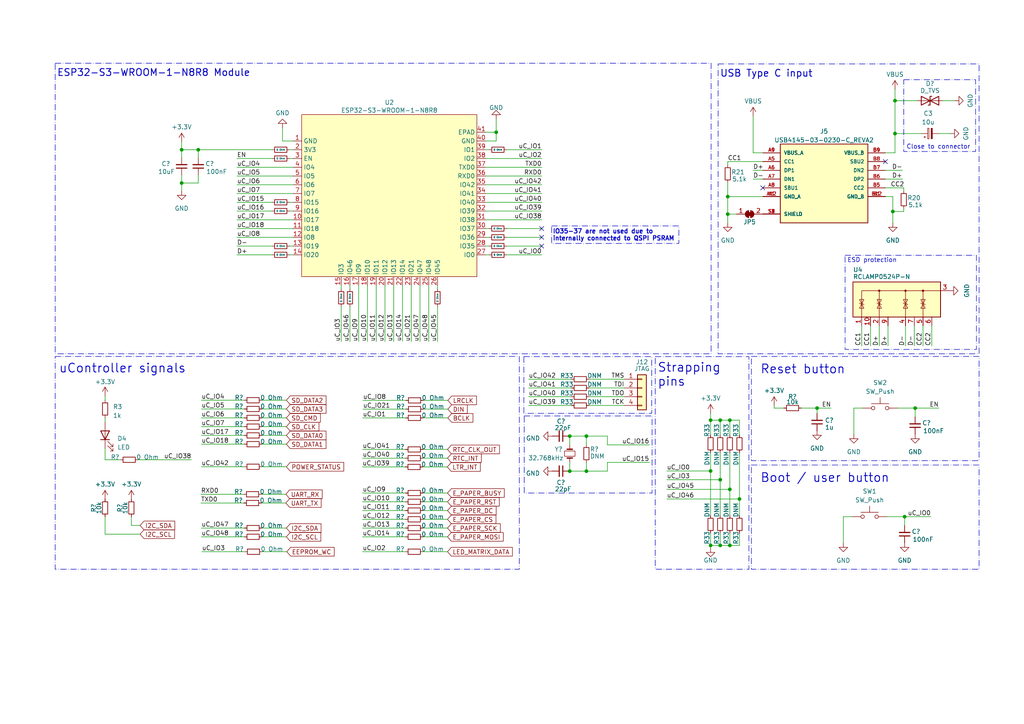
<source format=kicad_sch>
(kicad_sch (version 20230121) (generator eeschema)
  (paper "A4")
  (junction (at 262.382 149.86))
  (junction (at 211.074 57.023))
  (junction (at 211.6836 121.8692))
  (junction (at 208.8896 158.1912))
  (junction (at 57.5056 43.434))
  (junction (at 170.0784 136.652))
  (junction (at 211.6836 141.9352))
  (junction (at 52.6796 53.086))
  (junction (at 259.588 29.21))
  (junction (at 170.0784 126.492))
  (junction (at 165.2524 126.492))
  (junction (at 214.4776 144.7292))
  (junction (at 206.0956 158.1912))
  (junction (at 236.982 118.364))
  (junction (at 52.6796 43.434))
  (junction (at 211.074 62.103))
  (junction (at 208.8896 139.1412))
  (junction (at 211.6836 158.1912))
  (junction (at 143.9164 38.354))
  (junction (at 206.0956 136.6012))
  (junction (at 208.8896 121.8692))
  (junction (at 265.43 118.364))
  (junction (at 259.588 38.735))
  (junction (at 206.0956 121.8692))
  (junction (at 165.2524 136.652))
  (junction (at 258.953 61.341))
  (no_connect (at 256.794 46.863))
  (no_connect (at 221.234 54.483))
  (no_connect (at 157.099 71.374))
  (no_connect (at 157.099 68.834))
  (no_connect (at 157.099 66.294))
  (wire (pts (xy 236.982 118.364) (xy 236.982 119.888)))
  (wire (pts (xy 82.9056 143.3576) (xy 75.7936 143.3576)))
  (wire (pts (xy 208.8896 158.1912) (xy 211.6836 158.1912)))
  (wire (pts (xy 218.44 33.655) (xy 218.44 44.323)))
  (wire (pts (xy 129.794 160.02) (xy 122.682 160.02)))
  (wire (pts (xy 165.2524 126.492) (xy 165.2524 129.032)))
  (wire (pts (xy 170.8404 115.062) (xy 181.102 115.062)))
  (wire (pts (xy 275.59 38.735) (xy 272.288 38.735)))
  (wire (pts (xy 70.866 126.2888) (xy 58.42 126.2888)))
  (wire (pts (xy 117.602 153.162) (xy 105.156 153.162)))
  (wire (pts (xy 129.794 130.3528) (xy 122.682 130.3528)))
  (wire (pts (xy 206.0956 131.2672) (xy 206.0956 136.6012)))
  (wire (pts (xy 157.1244 48.514) (xy 140.8684 48.514)))
  (wire (pts (xy 78.8924 58.674) (xy 68.7324 58.674)))
  (wire (pts (xy 208.8896 126.1872) (xy 208.8896 121.8692)))
  (wire (pts (xy 143.9164 40.894) (xy 143.9164 38.354)))
  (wire (pts (xy 70.866 135.382) (xy 58.42 135.382)))
  (wire (pts (xy 83.058 155.702) (xy 75.946 155.702)))
  (wire (pts (xy 70.866 153.162) (xy 58.42 153.162)))
  (wire (pts (xy 129.794 150.622) (xy 122.682 150.622)))
  (wire (pts (xy 52.6796 55.372) (xy 52.6796 53.086)))
  (wire (pts (xy 206.0956 158.1912) (xy 208.8896 158.1912)))
  (wire (pts (xy 57.5056 43.434) (xy 52.6796 43.434)))
  (wire (pts (xy 208.8896 154.6352) (xy 208.8896 158.1912)))
  (wire (pts (xy 129.794 145.542) (xy 122.682 145.542)))
  (wire (pts (xy 57.5056 53.086) (xy 52.6796 53.086)))
  (wire (pts (xy 157.1244 51.054) (xy 140.8684 51.054)))
  (wire (pts (xy 206.0956 136.6012) (xy 206.0956 149.5552)))
  (wire (pts (xy 78.8924 71.374) (xy 68.7324 71.374)))
  (wire (pts (xy 262.128 55.372) (xy 262.128 54.483)))
  (wire (pts (xy 129.8956 118.6688) (xy 122.7836 118.6688)))
  (wire (pts (xy 256.794 57.023) (xy 258.953 57.023)))
  (wire (pts (xy 116.7384 82.804) (xy 116.7384 99.0092)))
  (wire (pts (xy 232.41 118.364) (xy 236.982 118.364)))
  (wire (pts (xy 83.9724 73.914) (xy 84.9884 73.914)))
  (wire (pts (xy 70.993 160.02) (xy 58.547 160.02)))
  (wire (pts (xy 40.005 133.35) (xy 55.499 133.35)))
  (wire (pts (xy 224.536 117.602) (xy 224.536 118.364)))
  (wire (pts (xy 68.7324 61.214) (xy 78.8924 61.214)))
  (wire (pts (xy 140.8684 66.294) (xy 141.859 66.294)))
  (wire (pts (xy 259.588 38.735) (xy 267.208 38.735)))
  (wire (pts (xy 165.2524 136.652) (xy 170.0784 136.652)))
  (wire (pts (xy 117.602 132.8928) (xy 105.156 132.8928)))
  (wire (pts (xy 81.9404 40.894) (xy 84.9884 40.894)))
  (wire (pts (xy 244.602 149.86) (xy 244.602 157.48)))
  (wire (pts (xy 208.8896 139.1412) (xy 208.8896 149.5552)))
  (wire (pts (xy 265.43 118.364) (xy 272.288 118.364)))
  (wire (pts (xy 70.866 121.2088) (xy 58.42 121.2088)))
  (wire (pts (xy 84.9884 51.054) (xy 68.7324 51.054)))
  (wire (pts (xy 52.6796 43.434) (xy 52.6796 45.72)))
  (wire (pts (xy 157.099 68.834) (xy 146.939 68.834)))
  (wire (pts (xy 129.8956 116.1288) (xy 122.7836 116.1288)))
  (wire (pts (xy 117.602 150.622) (xy 105.156 150.622)))
  (wire (pts (xy 259.588 29.21) (xy 259.588 25.908)))
  (wire (pts (xy 126.8984 83.82) (xy 126.8984 82.804)))
  (wire (pts (xy 256.794 51.943) (xy 261.747 51.943)))
  (wire (pts (xy 140.8684 56.134) (xy 157.1244 56.134)))
  (wire (pts (xy 206.0956 158.1912) (xy 206.0956 158.9532)))
  (wire (pts (xy 83.9724 61.214) (xy 84.9884 61.214)))
  (wire (pts (xy 170.8404 117.602) (xy 181.102 117.602)))
  (wire (pts (xy 260.35 118.364) (xy 265.43 118.364)))
  (wire (pts (xy 193.3956 136.6012) (xy 206.0956 136.6012)))
  (wire (pts (xy 259.588 44.323) (xy 259.588 38.735)))
  (wire (pts (xy 30.48 133.35) (xy 34.925 133.35)))
  (wire (pts (xy 257.302 149.86) (xy 262.382 149.86)))
  (wire (pts (xy 117.6528 121.2088) (xy 105.2068 121.2088)))
  (wire (pts (xy 262.382 149.86) (xy 270.002 149.86)))
  (wire (pts (xy 117.602 130.3528) (xy 105.156 130.3528)))
  (wire (pts (xy 249.936 100.33) (xy 249.936 94.488)))
  (wire (pts (xy 140.8684 63.754) (xy 157.1244 63.754)))
  (wire (pts (xy 157.1244 73.914) (xy 146.9644 73.914)))
  (wire (pts (xy 129.794 132.8928) (xy 122.682 132.8928)))
  (wire (pts (xy 101.4984 99.06) (xy 101.4984 88.9)))
  (wire (pts (xy 211.074 52.959) (xy 211.074 57.023)))
  (wire (pts (xy 170.8404 109.982) (xy 181.102 109.982)))
  (wire (pts (xy 129.794 153.162) (xy 122.682 153.162)))
  (wire (pts (xy 211.6836 131.2672) (xy 211.6836 141.9352)))
  (wire (pts (xy 82.9056 145.8976) (xy 75.7936 145.8976)))
  (wire (pts (xy 109.1184 82.804) (xy 109.1184 99.06)))
  (wire (pts (xy 165.7604 115.062) (xy 153.3144 115.062)))
  (wire (pts (xy 117.602 160.02) (xy 105.156 160.02)))
  (wire (pts (xy 247.65 118.364) (xy 247.65 125.984)))
  (wire (pts (xy 121.8184 82.804) (xy 121.8184 99.06)))
  (wire (pts (xy 84.9884 71.374) (xy 83.9724 71.374)))
  (wire (pts (xy 40.64 154.94) (xy 30.48 154.94)))
  (wire (pts (xy 211.074 57.023) (xy 211.074 62.103)))
  (wire (pts (xy 211.6836 141.9352) (xy 211.6836 149.5552)))
  (wire (pts (xy 252.476 100.33) (xy 252.476 94.488)))
  (wire (pts (xy 84.9884 63.754) (xy 68.7324 63.754)))
  (wire (pts (xy 214.4776 154.6352) (xy 214.4776 158.1912)))
  (wire (pts (xy 140.8684 68.834) (xy 141.859 68.834)))
  (wire (pts (xy 236.982 118.364) (xy 241.046 118.364)))
  (wire (pts (xy 40.64 152.4) (xy 38.1 152.4)))
  (wire (pts (xy 208.8896 121.8692) (xy 206.0956 121.8692)))
  (wire (pts (xy 52.6796 53.086) (xy 52.6796 50.8)))
  (wire (pts (xy 117.5512 135.4328) (xy 105.1052 135.4328)))
  (wire (pts (xy 143.9164 38.354) (xy 140.8684 38.354)))
  (wire (pts (xy 193.3956 139.1412) (xy 208.8896 139.1412)))
  (wire (pts (xy 57.5056 53.086) (xy 57.5056 50.8)))
  (wire (pts (xy 221.234 57.023) (xy 211.074 57.023)))
  (wire (pts (xy 101.4984 83.82) (xy 101.4984 82.804)))
  (wire (pts (xy 83.058 126.2888) (xy 75.946 126.2888)))
  (wire (pts (xy 206.0956 119.8372) (xy 206.0956 121.8692)))
  (wire (pts (xy 117.7036 118.6688) (xy 105.2576 118.6688)))
  (wire (pts (xy 129.794 148.082) (xy 122.682 148.082)))
  (wire (pts (xy 270.256 100.33) (xy 270.256 94.488)))
  (wire (pts (xy 84.9884 48.514) (xy 68.7324 48.514)))
  (wire (pts (xy 211.6836 121.8692) (xy 211.6836 126.1872)))
  (wire (pts (xy 117.602 145.542) (xy 105.156 145.542)))
  (wire (pts (xy 140.8684 53.594) (xy 157.1244 53.594)))
  (wire (pts (xy 140.8684 40.894) (xy 143.9164 40.894)))
  (wire (pts (xy 129.794 143.002) (xy 122.682 143.002)))
  (wire (pts (xy 140.8684 43.434) (xy 141.8844 43.434)))
  (wire (pts (xy 258.953 61.341) (xy 262.128 61.341)))
  (wire (pts (xy 57.5056 43.434) (xy 78.8924 43.434)))
  (wire (pts (xy 141.8844 73.914) (xy 140.8684 73.914)))
  (wire (pts (xy 259.588 29.21) (xy 265.938 29.21)))
  (wire (pts (xy 106.5784 82.804) (xy 106.5784 99.06)))
  (wire (pts (xy 206.0956 154.6352) (xy 206.0956 158.1912)))
  (wire (pts (xy 84.9884 56.134) (xy 68.7324 56.134)))
  (wire (pts (xy 70.866 118.618) (xy 58.42 118.618)))
  (wire (pts (xy 267.716 100.33) (xy 267.716 94.488)))
  (wire (pts (xy 122.7328 121.2088) (xy 129.8956 121.2088)))
  (wire (pts (xy 119.2784 82.804) (xy 119.2784 99.06)))
  (wire (pts (xy 214.4776 121.8692) (xy 214.4776 126.1872)))
  (wire (pts (xy 140.8684 71.374) (xy 141.859 71.374)))
  (wire (pts (xy 117.7036 116.1288) (xy 105.2576 116.1288)))
  (wire (pts (xy 70.866 116.078) (xy 58.42 116.078)))
  (wire (pts (xy 30.48 130.048) (xy 30.48 133.35)))
  (wire (pts (xy 98.9584 99.06) (xy 98.9584 88.9)))
  (wire (pts (xy 211.074 46.863) (xy 211.074 47.879)))
  (wire (pts (xy 129.7432 135.4328) (xy 122.6312 135.4328)))
  (wire (pts (xy 165.7604 117.602) (xy 153.3144 117.602)))
  (wire (pts (xy 262.382 149.86) (xy 262.382 152.4)))
  (wire (pts (xy 193.3956 144.7292) (xy 214.4776 144.7292)))
  (wire (pts (xy 104.0384 82.804) (xy 104.0384 99.06)))
  (wire (pts (xy 255.016 100.33) (xy 255.016 94.488)))
  (wire (pts (xy 221.234 46.863) (xy 211.074 46.863)))
  (wire (pts (xy 111.6584 82.804) (xy 111.6584 99.06)))
  (wire (pts (xy 140.8684 61.214) (xy 157.1244 61.214)))
  (wire (pts (xy 214.4776 144.7292) (xy 214.4776 149.5552)))
  (wire (pts (xy 176.1744 134.112) (xy 188.3664 134.112)))
  (wire (pts (xy 83.185 160.02) (xy 76.073 160.02)))
  (wire (pts (xy 176.1744 126.492) (xy 170.0784 126.492)))
  (wire (pts (xy 78.8924 45.974) (xy 68.7324 45.974)))
  (wire (pts (xy 114.1984 82.804) (xy 114.1984 99.06)))
  (wire (pts (xy 81.9404 37.084) (xy 81.9404 40.894)))
  (wire (pts (xy 218.44 51.943) (xy 221.234 51.943)))
  (wire (pts (xy 83.058 118.618) (xy 75.946 118.618)))
  (wire (pts (xy 258.953 57.023) (xy 258.953 61.341)))
  (wire (pts (xy 221.234 44.323) (xy 218.44 44.323)))
  (wire (pts (xy 165.7604 109.982) (xy 153.3144 109.982)))
  (wire (pts (xy 83.058 153.162) (xy 75.946 153.162)))
  (wire (pts (xy 83.058 135.382) (xy 75.946 135.382)))
  (wire (pts (xy 83.058 128.8288) (xy 75.946 128.8288)))
  (wire (pts (xy 83.058 123.7488) (xy 75.946 123.7488)))
  (wire (pts (xy 214.4776 158.1912) (xy 211.6836 158.1912)))
  (wire (pts (xy 170.0784 136.652) (xy 176.1744 136.652)))
  (wire (pts (xy 176.1744 129.032) (xy 188.3664 129.032)))
  (wire (pts (xy 170.0784 134.112) (xy 170.0784 136.652)))
  (wire (pts (xy 140.8684 58.674) (xy 157.1244 58.674)))
  (wire (pts (xy 83.9724 43.434) (xy 84.9884 43.434)))
  (wire (pts (xy 258.953 61.341) (xy 258.953 64.643)))
  (wire (pts (xy 117.602 148.082) (xy 105.156 148.082)))
  (wire (pts (xy 165.7604 112.522) (xy 153.3144 112.522)))
  (wire (pts (xy 265.176 100.33) (xy 265.176 94.488)))
  (wire (pts (xy 176.1744 129.032) (xy 176.1744 126.492)))
  (wire (pts (xy 52.6796 41.148) (xy 52.6796 43.434)))
  (wire (pts (xy 70.866 155.702) (xy 58.42 155.702)))
  (wire (pts (xy 276.86 29.21) (xy 273.558 29.21)))
  (wire (pts (xy 211.6836 154.6352) (xy 211.6836 158.1912)))
  (wire (pts (xy 165.2524 136.652) (xy 165.2524 134.112)))
  (wire (pts (xy 257.556 100.33) (xy 257.556 94.488)))
  (wire (pts (xy 259.588 38.735) (xy 259.588 29.21)))
  (wire (pts (xy 265.43 118.364) (xy 265.43 120.904)))
  (wire (pts (xy 117.602 143.002) (xy 105.156 143.002)))
  (wire (pts (xy 83.058 116.078) (xy 75.946 116.078)))
  (wire (pts (xy 170.8404 112.522) (xy 181.102 112.522)))
  (wire (pts (xy 143.9164 34.544) (xy 143.9164 38.354)))
  (wire (pts (xy 57.5056 43.434) (xy 57.5056 45.72)))
  (wire (pts (xy 30.48 154.94) (xy 30.48 149.86)))
  (wire (pts (xy 140.8684 45.974) (xy 157.1244 45.974)))
  (wire (pts (xy 117.602 155.702) (xy 105.156 155.702)))
  (wire (pts (xy 84.9884 66.294) (xy 68.7324 66.294)))
  (wire (pts (xy 170.0784 126.492) (xy 170.0784 129.032)))
  (wire (pts (xy 70.866 128.8288) (xy 58.42 128.8288)))
  (wire (pts (xy 170.0784 126.492) (xy 165.2524 126.492)))
  (wire (pts (xy 84.9884 53.594) (xy 68.7324 53.594)))
  (wire (pts (xy 211.074 64.643) (xy 211.074 62.103)))
  (wire (pts (xy 221.234 49.403) (xy 218.44 49.403)))
  (wire (pts (xy 157.099 66.294) (xy 146.939 66.294)))
  (wire (pts (xy 38.1 152.4) (xy 38.1 149.86)))
  (wire (pts (xy 30.48 121.158) (xy 30.48 122.428)))
  (wire (pts (xy 126.8984 99.06) (xy 126.8984 88.9)))
  (wire (pts (xy 262.636 100.33) (xy 262.636 94.488)))
  (wire (pts (xy 129.794 155.702) (xy 122.682 155.702)))
  (wire (pts (xy 211.074 62.103) (xy 213.614 62.103)))
  (wire (pts (xy 83.058 121.2088) (xy 75.946 121.2088)))
  (wire (pts (xy 124.3584 82.804) (xy 124.3584 99.06)))
  (wire (pts (xy 70.7136 145.8976) (xy 58.2676 145.8976)))
  (wire (pts (xy 256.794 44.323) (xy 259.588 44.323)))
  (wire (pts (xy 256.794 49.403) (xy 261.747 49.403)))
  (wire (pts (xy 157.099 71.374) (xy 146.939 71.374)))
  (wire (pts (xy 193.3956 141.9352) (xy 211.6836 141.9352)))
  (wire (pts (xy 262.128 61.341) (xy 262.128 60.452)))
  (wire (pts (xy 206.0956 121.8692) (xy 206.0956 126.1872)))
  (wire (pts (xy 214.4776 121.8692) (xy 211.6836 121.8692)))
  (wire (pts (xy 70.866 123.7488) (xy 58.42 123.7488)))
  (wire (pts (xy 208.8896 131.2672) (xy 208.8896 139.1412)))
  (wire (pts (xy 70.7136 143.3576) (xy 58.2676 143.3576)))
  (wire (pts (xy 98.9584 83.82) (xy 98.9584 82.804)))
  (wire (pts (xy 176.1744 136.652) (xy 176.1744 134.112)))
  (wire (pts (xy 262.128 54.483) (xy 256.794 54.483)))
  (wire (pts (xy 224.536 118.364) (xy 227.33 118.364)))
  (wire (pts (xy 30.48 114.808) (xy 30.48 116.078)))
  (wire (pts (xy 214.4776 131.2672) (xy 214.4776 144.7292)))
  (wire (pts (xy 250.19 118.364) (xy 247.65 118.364)))
  (wire (pts (xy 247.142 149.86) (xy 244.602 149.86)))
  (wire (pts (xy 84.9884 58.674) (xy 83.9724 58.674)))
  (wire (pts (xy 208.8896 121.8692) (xy 211.6836 121.8692)))
  (wire (pts (xy 146.9644 43.434) (xy 157.1244 43.434)))
  (wire (pts (xy 68.7324 73.914) (xy 78.8924 73.914)))
  (wire (pts (xy 84.9884 68.834) (xy 68.7324 68.834)))
  (wire (pts (xy 84.9884 45.974) (xy 83.9724 45.974)))
  (rectangle (start 208.28 18.542) (end 283.972 102.616) (stroke (width 0) (type dash_dot)))
  (rectangle (start 16.002 103.378) (end 150.622 165.1) (stroke (width 0) (type dash_dot)))
  (rectangle (start 245.11 74.041) (end 283.21 101.346) (stroke (width 0) (type dash_dot)))
  (rectangle (start 217.932 103.378) (end 283.972 133.604) (stroke (width 0) (type dash_dot)))
  (rectangle (start 190.0428 103.4288) (end 217.2208 165.1) (stroke (width 0) (type dash_dot)))
  (rectangle (start 262.128 23.114) (end 282.956 43.942) (stroke (width 0) (type dash_dot)))
  (rectangle (start 160.02 65.532) (end 196.9008 70.612) (stroke (width 0) (type dash_dot)))
  (rectangle (start 16.002 18.3388) (end 206.248 102.616) (stroke (width 0) (type dash_dot)))
  (rectangle (start 217.932 134.874) (end 283.972 165.1) (stroke (width 0) (type dash_dot)))
  (rectangle (start 151.9428 103.4288) (end 189.0268 119.888) (stroke (width 0) (type dash_dot)))
  (rectangle (start 152.0444 120.65) (end 189.1284 143.002) (stroke (width 0) (type dash_dot)))
  (text "Close to connector" (at 262.89 43.434 0) (effects (font (size 1.27 1.27)) (justify left bottom)))
  (text "ESD protection\n" (at 245.745 76.327 0) (effects (font (size 1.27 1.27)) (justify left bottom)))
  (text "ESP32-S3-WROOM-1-N8R8 Module\n" (at 16.51 22.4028 0) (effects (font (size 2 2) (thickness 0.254) bold) (justify left bottom)))
  (text "Boot / user button\n" (at 220.472 140.208 0) (effects (font (size 2.54 2.54) (thickness 0.254) bold) (justify left bottom)))
  (text "Strapping \npins\n" (at 190.6524 112.3188 0) (effects (font (size 2.54 2.54) (thickness 0.254) bold) (justify left bottom)))
  (text "IO35-37 are not used due to \ninternally connected to QSPI PSRAM" (at 160.274 70.0532 0) (effects (font (size 1.27 1.27) (thickness 0.254) bold) (justify left bottom)))
  (text "USB Type C input" (at 208.788 22.606 0) (effects (font (size 2 2) (thickness 0.254) bold) (justify left bottom)))
  (text "Reset button\n" (at 220.472 108.712 0) (effects (font (size 2.54 2.54) (thickness 0.254) bold) (justify left bottom)))
  (text "uController signals" (at 17.018 108.458 0) (effects (font (size 2.54 2.54) (thickness 0.254) bold) (justify left bottom)))
  (label "CC2" (at 258.318 54.483 0))
  (label "uC_IO47" (at 58.42 153.162 0))
  (label "EN" (at 68.7324 45.974 0))
  (label "uC_IO14" (at 105.156 155.702 0))
  (label "TMS" (at 181.102 109.982 180))
  (label "uC_IO38" (at 55.499 133.35 180))
  (label "uC_IO48" (at 58.42 155.702 0))
  (label "uC_IO8" (at 68.7324 68.834 0))
  (label "uC_IO4" (at 58.42 116.078 0))
  (label "uC_IO2" (at 157.1244 45.974 180))
  (label "uC_IO2" (at 105.156 160.02 0))
  (label "uC_IO5" (at 68.7324 51.054 0))
  (label "uC_IO39" (at 105.1052 135.4328 0))
  (label "uC_IO12" (at 111.6584 99.06 90))
  (label "RXD0" (at 58.2676 143.3576 0))
  (label "uC_IO6" (at 58.42 121.2088 0))
  (label "D+" (at 255.016 100.33 90))
  (label "uC_IO15" (at 68.7324 58.674 0))
  (label "D+" (at 218.44 49.403 0))
  (label "uC_IO3" (at 193.3956 139.1412 0))
  (label "TCK" (at 181.102 117.602 180))
  (label "TDO" (at 181.102 115.062 180))
  (label "uC_IO14" (at 116.7384 99.0092 90))
  (label "CC1" (at 211.074 46.863 0))
  (label "uC_IO1" (at 157.1244 43.434 180))
  (label "uC_IO46" (at 193.3956 144.7292 0))
  (label "uC_IO40" (at 157.1244 58.674 180))
  (label "uC_IO9" (at 104.0384 99.06 90))
  (label "uC_IO39" (at 157.1244 61.214 180))
  (label "D-" (at 262.636 100.33 90))
  (label "uC_IO0" (at 157.1244 73.914 180))
  (label "uC_IO11" (at 109.1184 99.06 90))
  (label "uC_IO10" (at 105.156 145.542 0))
  (label "uC_IO42" (at 157.1244 53.594 180))
  (label "uC_IO3" (at 98.9584 99.06 90))
  (label "CC1" (at 249.936 100.33 90))
  (label "uC_IO11" (at 105.156 148.082 0))
  (label "TXD0" (at 157.1244 48.514 180))
  (label "uC_IO18" (at 68.7324 66.294 0))
  (label "uC_IO48" (at 124.3584 99.06 90))
  (label "uC_IO18" (at 58.42 128.8288 0))
  (label "uC_IO47" (at 121.8184 99.06 90))
  (label "uC_IO42" (at 153.3144 109.982 0))
  (label "D+" (at 261.747 51.943 180))
  (label "uC_IO13" (at 105.156 153.162 0))
  (label "uC_IO6" (at 68.7324 53.594 0))
  (label "uC_IO45" (at 126.8984 99.06 90))
  (label "uC_IO12" (at 105.156 150.622 0))
  (label "uC_IO16" (at 188.356 129.032 180))
  (label "CC2" (at 267.716 100.33 90))
  (label "EN" (at 241.046 118.364 180))
  (label "D+" (at 257.556 100.33 90))
  (label "TDI" (at 181.102 112.522 180))
  (label "uC_IO0" (at 270.002 149.86 180))
  (label "uC_IO15" (at 188.3115 134.112 180))
  (label "uC_IO46" (at 101.4984 99.06 90))
  (label "uC_IO7" (at 58.42 123.7488 0))
  (label "uC_IO16" (at 68.7324 61.214 0))
  (label "CC1" (at 252.476 100.33 90))
  (label "uC_IO17" (at 68.7324 63.754 0))
  (label "uC_IO38" (at 157.1244 63.754 180))
  (label "uC_IO9" (at 105.156 143.002 0))
  (label "uC_IO45" (at 193.3956 141.9352 0))
  (label "uC_IO0" (at 193.3956 136.6012 0))
  (label "D-" (at 218.44 51.943 0))
  (label "D-" (at 265.176 100.33 90))
  (label "D-" (at 261.747 49.403 180))
  (label "EN" (at 272.288 118.364 180))
  (label "uC_IO7" (at 68.7324 56.134 0))
  (label "TXD0" (at 58.2676 145.8976 0))
  (label "uC_IO3" (at 58.547 160.02 0))
  (label "uC_IO8" (at 105.2576 116.1288 0))
  (label "uC_IO41" (at 157.1244 56.134 180))
  (label "uC_IO17" (at 58.42 126.2888 0))
  (label "uC_IO5" (at 58.42 118.618 0))
  (label "uC_IO1" (at 105.2068 121.2088 0))
  (label "uC_IO10" (at 106.5784 99.06 90))
  (label "uC_IO13" (at 114.1984 99.06 90))
  (label "uC_IO40" (at 105.156 132.8928 0))
  (label "uC_IO39" (at 153.3144 117.602 0))
  (label "uC_IO21" (at 119.2784 99.06 90))
  (label "RXD0" (at 157.1244 51.054 180))
  (label "uC_IO40" (at 153.3144 115.062 0))
  (label "uC_IO21" (at 105.2576 118.6688 0))
  (label "CC2" (at 270.256 100.33 90))
  (label "uC_IO41" (at 153.3144 112.522 0))
  (label "uC_IO4" (at 68.7324 48.514 0))
  (label "D-" (at 68.7324 71.374 0))
  (label "D+" (at 68.7324 73.914 0))
  (label "uC_IO42" (at 58.42 135.382 0))
  (label "uC_IO41" (at 105.156 130.3528 0))
  (global_label "SD_DATA3" (shape input) (at 83.058 118.618 0) (property "Intersheetrefs" "${INTERSHEET_REFS}" (effects hide)))
  (global_label "E_PAPER_BUSY" (shape input) (at 129.794 143.002 0) (property "Intersheetrefs" "${INTERSHEET_REFS}" (effects hide)))
  (global_label "DIN" (shape input) (at 129.8956 118.6688 0) (property "Intersheetrefs" "${INTERSHEET_REFS}" (effects hide)))
  (global_label "LTR_INT" (shape input) (at 129.7432 135.4328 0) (property "Intersheetrefs" "${INTERSHEET_REFS}" (effects hide)))
  (global_label "RTC_INT" (shape input) (at 129.794 132.8928 0) (property "Intersheetrefs" "${INTERSHEET_REFS}" (effects hide)))
  (global_label "E_PAPER_DC" (shape input) (at 129.794 148.082 0) (property "Intersheetrefs" "${INTERSHEET_REFS}" (effects hide)))
  (global_label "E_PAPER_RST" (shape input) (at 129.794 145.542 0) (property "Intersheetrefs" "${INTERSHEET_REFS}" (effects hide)))
  (global_label "POWER_STATUS" (shape input) (at 83.058 135.382 0) (property "Intersheetrefs" "${INTERSHEET_REFS}" (effects hide)))
  (global_label "BCLK" (shape input) (at 129.8956 121.2088 0) (property "Intersheetrefs" "${INTERSHEET_REFS}" (effects hide)))
  (global_label "SD_DATA1" (shape input) (at 83.058 128.8288 0) (property "Intersheetrefs" "${INTERSHEET_REFS}" (effects hide)))
  (global_label "SD_DATA2" (shape input) (at 83.058 116.078 0) (property "Intersheetrefs" "${INTERSHEET_REFS}" (effects hide)))
  (global_label "LED_MATRIX_DATA" (shape input) (at 129.794 160.02 0) (property "Intersheetrefs" "${INTERSHEET_REFS}" (effects hide)))
  (global_label "E_PAPER_SCK" (shape input) (at 129.794 153.162 0) (property "Intersheetrefs" "${INTERSHEET_REFS}" (effects hide)))
  (global_label "UART_TX" (shape input) (at 82.9056 145.8976 0) (property "Intersheetrefs" "${INTERSHEET_REFS}" (effects hide)))
  (global_label "I2C_SCL" (shape input) (at 40.64 154.94 0) (property "Intersheetrefs" "${INTERSHEET_REFS}" (effects hide)))
  (global_label "E_PAPER_CS" (shape input) (at 129.794 150.622 0) (property "Intersheetrefs" "${INTERSHEET_REFS}" (effects hide)))
  (global_label "SD_DATA0" (shape input) (at 83.058 126.2888 0) (property "Intersheetrefs" "${INTERSHEET_REFS}" (effects hide)))
  (global_label "E_PAPER_MOSI" (shape input) (at 129.794 155.702 0) (property "Intersheetrefs" "${INTERSHEET_REFS}" (effects hide)))
  (global_label "EEPROM_WC" (shape input) (at 83.185 160.02 0) (property "Intersheetrefs" "${INTERSHEET_REFS}" (effects hide)))
  (global_label "I2C_SDA" (shape input) (at 40.64 152.4 0) (property "Intersheetrefs" "${INTERSHEET_REFS}" (effects hide)))
  (global_label "RTC_CLK_OUT" (shape input) (at 129.794 130.3528 0) (property "Intersheetrefs" "${INTERSHEET_REFS}" (effects hide)))
  (global_label "I2C_SDA" (shape input) (at 83.058 153.162 0) (property "Intersheetrefs" "${INTERSHEET_REFS}" (effects hide)))
  (global_label "SD_CLK" (shape input) (at 83.058 123.7488 0) (property "Intersheetrefs" "${INTERSHEET_REFS}" (effects hide)))
  (global_label "UART_RX" (shape input) (at 82.9056 143.3576 0) (property "Intersheetrefs" "${INTERSHEET_REFS}" (effects hide)))
  (global_label "I2C_SCL" (shape input) (at 83.058 155.702 0) (property "Intersheetrefs" "${INTERSHEET_REFS}" (effects hide)))
  (global_label "LRCLK" (shape input) (at 129.8956 116.1288 0) (property "Intersheetrefs" "${INTERSHEET_REFS}" (effects hide)))
  (global_label "SD_CMD" (shape input) (at 83.058 121.2088 0) (property "Intersheetrefs" "${INTERSHEET_REFS}" (effects hide)))
  (symbol (lib_id "power:GND") (at 275.59 38.735 90) (unit 1)
    (property "Reference" "#PWR?" (effects hide))
    (property "Value" "GND" (at 280.162 38.735 0))
    (instances (project "clock-control-board" (path "" (reference "#PWR?") (unit 1)) (path "" (reference "#PWR031") (unit 1))))
  )
  (symbol (lib_id "Device:R_Small") (at 206.0956 152.0952 0) (mirror x) (unit 1)
    (property "Reference" "R33" (at 205.0796 157.9372 90) (effects (justify right)))
    (property "Value" "DNM" (at 205.0796 150.0632 90) (effects (justify right)))
    (property "Footprint" "Resistor_SMD:R_0402_1005Metric_Pad0.72x0.64mm_HandSolder" (effects hide))
    (property "LCSC" "C21189" (effects hide))
    (instances (project "clock-control-board" (path "" (reference "R33") (unit 1)) (path "" (reference "R63") (unit 1))))
  )
  (symbol (lib_id "Device:R_Small") (at 211.074 50.419 0) (unit 1)
    (property "Reference" "R21" (at 212.09 49.911 0) (effects (justify left)))
    (property "Value" "5.1k" (at 212.344 51.943 0) (effects (justify left)))
    (property "Footprint" "Resistor_SMD:R_0402_1005Metric" (effects hide))
  )
  (symbol (lib_id "Device:R_Small") (at 120.142 143.002 270) (mirror x) (unit 1)
    (property "Reference" "R?" (at 116.078 142.24 90))
    (property "Value" "0 Ohm" (at 125.476 142.24 90))
    (property "Footprint" "Resistor_SMD:R_0402_1005Metric_Pad0.72x0.64mm_HandSolder" (effects hide))
    (property "LCSC" "C21189" (effects hide))
    (instances (project "clock-control-board" (path "" (reference "R?") (unit 1)) (path "" (reference "R87") (unit 1))))
  )
  (symbol (lib_id "Device:R_Small") (at 81.4324 45.974 90) (unit 1)
    (property "Reference" "R?" (effects hide))
    (property "Value" "0 Ohm" (at 81.4324 45.974 90) (effects (font (size 0.5 0.5))))
    (property "Footprint" "Resistor_SMD:R_0402_1005Metric_Pad0.72x0.64mm_HandSolder" (effects hide))
    (property "LCSC" "C21189" (effects hide))
    (instances (project "clock-control-board" (path "" (reference "R?") (unit 1)) (path "" (reference "R8") (unit 1)) (path "" (reference "R24") (unit 1))))
  )
  (symbol (lib_id "Device:R_Small") (at 206.0956 128.7272 0) (unit 1)
    (property "Reference" "R33" (at 205.0796 122.8852 90) (effects (justify right)))
    (property "Value" "DNM" (at 205.0796 130.7592 90) (effects (justify right)))
    (property "Footprint" "Resistor_SMD:R_0402_1005Metric_Pad0.72x0.64mm_HandSolder" (effects hide))
    (property "LCSC" "C21189" (effects hide))
    (instances (project "clock-control-board" (path "" (reference "R33") (unit 1)) (path "" (reference "R59") (unit 1))))
  )
  (symbol (lib_id "power:GND") (at 276.86 29.21 90) (unit 1)
    (property "Reference" "#PWR?" (effects hide))
    (property "Value" "GND" (at 281.432 29.21 0))
    (instances (project "clock-control-board" (path "" (reference "#PWR?") (unit 1)) (path "" (reference "#PWR089") (unit 1))))
  )
  (symbol (lib_id "Device:Crystal_Small") (at 165.2524 131.572 90) (unit 1)
    (property "Reference" "Y?" (at 160.8074 130.302 90) (effects (justify right)))
    (property "Value" "32.768kHz" (at 153.1874 132.842 90) (effects (justify right)))
    (property "Footprint" "Crystal:Crystal_SMD_MicroCrystal_CC7V-T1A-2Pin_3.2x1.5mm" (effects hide))
    (property "LCSC" "C32346" (effects hide))
    (instances (project "clock-control-board" (path "" (reference "Y?") (unit 1)) (path "" (reference "Y1") (unit 1))))
  )
  (symbol (lib_id "power:+3.3V") (at 30.48 144.78 0) (mirror y) (unit 1)
    (property "Reference" "#PWR?" (effects hide))
    (property "Value" "+3.3V" (at 30.48 140.462 0))
    (instances (project "clock-control-board" (path "" (reference "#PWR?") (unit 1)) (path "" (reference "#PWR?") (unit 1)) (path "" (reference "#PWR0116") (unit 1))))
  )
  (symbol (lib_id "Device:C_Small") (at 162.7124 126.492 270) (unit 1)
    (property "Reference" "C?" (at 164.0332 122.1994 90) (effects (justify right)))
    (property "Value" "22pF" (at 165.7096 124.079 90) (effects (justify right)))
    (property "Footprint" "Capacitor_SMD:C_0402_1005Metric" (effects hide))
    (property "LCSC" "C1555" (effects hide))
    (instances (project "clock-control-board" (path "" (reference "C?") (unit 1)) (path "" (reference "C9") (unit 1))))
  )
  (symbol (lib_id "Device:R_Small") (at 144.4244 73.914 90) (unit 1)
    (property "Reference" "R?" (effects hide))
    (property "Value" "0 Ohm" (at 144.4244 73.914 90) (effects (font (size 0.5 0.5))))
    (property "Footprint" "Resistor_SMD:R_0402_1005Metric_Pad0.72x0.64mm_HandSolder" (effects hide))
    (property "LCSC" "C21189" (effects hide))
    (instances (project "clock-control-board" (path "" (reference "R?") (unit 1)) (path "" (reference "R8") (unit 1)) (path "" (reference "R23") (unit 1))))
  )
  (symbol (lib_id "power:+3.3V") (at 224.536 117.602 0) (mirror y) (unit 1)
    (property "Reference" "#PWR?" (effects hide))
    (property "Value" "+3.3V" (at 224.536 113.284 0))
    (instances (project "clock-control-board" (path "" (reference "#PWR?") (unit 1)) (path "" (reference "#PWR?") (unit 1)) (path "" (reference "#PWR032") (unit 1))))
  )
  (symbol (lib_id "Device:C_Small") (at 162.7124 136.652 270) (unit 1)
    (property "Reference" "C?" (at 163.9824 139.954 90) (effects (justify right)))
    (property "Value" "22pF" (at 165.7604 141.859 90) (effects (justify right)))
    (property "Footprint" "Capacitor_SMD:C_0402_1005Metric" (effects hide))
    (property "LCSC" "C1555" (effects hide))
    (instances (project "clock-control-board" (path "" (reference "C?") (unit 1)) (path "" (reference "C10") (unit 1))))
  )
  (symbol (lib_id "Device:R_Small") (at 262.128 57.912 0) (unit 1)
    (property "Reference" "R20" (at 263.144 57.404 0) (effects (justify left)))
    (property "Value" "5.1k" (at 263.398 59.436 0) (effects (justify left)))
    (property "Footprint" "Resistor_SMD:R_0402_1005Metric" (effects hide))
  )
  (symbol (lib_id "Device:R_Small") (at 98.9584 86.36 0) (unit 1)
    (property "Reference" "R?" (effects hide))
    (property "Value" "0 Ohm" (at 98.9584 86.36 90) (effects (font (size 0.5 0.5))))
    (property "Footprint" "Resistor_SMD:R_0402_1005Metric_Pad0.72x0.64mm_HandSolder" (effects hide))
    (property "LCSC" "C21189" (effects hide))
    (instances (project "clock-control-board" (path "" (reference "R?") (unit 1)) (path "" (reference "R8") (unit 1)) (path "" (reference "R90") (unit 1))))
  )
  (symbol (lib_id "Switch:SW_Push") (at 255.27 118.364 0) (unit 1)
    (property "Reference" "SW2" (at 255.27 110.998 0))
    (property "Value" "SW_Push" (at 255.27 113.538 0))
    (property "Footprint" "Button_Switch_SMD:SW_SPST_TL3342" (effects hide))
    (property "Datasheet" "https://datasheet.lcsc.com/lcsc/2002271431_XKB-Connectivity-TS-1187A-B-A-B_C318884.pdf" (effects hide))
    (property "LCSC" "C318884" (effects hide))
  )
  (symbol (lib_id "mylib:USB4145-03-0230-C_REVA2") (at 239.014 51.943 0) (unit 1)
    (property "Reference" "J5" (at 239.014 38.1 0))
    (property "Value" "USB4145-03-0230-C_REVA2" (at 239.014 40.64 0))
    (property "Footprint" "mylib:GCT_USB4145-03-0230-C_REVA2" (effects hide))
    (property "PARTREV" "A2" (effects hide))
    (property "STANDARD" "Manufacturer Recommendations" (effects hide))
    (property "SNAPEDA_PN" "USB4145-03-0230-C" (effects hide))
    (property "MAXIMUM_PACKAGE_HEIGHT" "7.66mm" (effects hide))
    (property "MANUFACTURER" "GCT" (effects hide))
  )
  (symbol (lib_id "Device:R_Small") (at 81.4324 43.434 90) (unit 1)
    (property "Reference" "R?" (effects hide))
    (property "Value" "0 Ohm" (at 81.4324 43.434 90) (effects (font (size 0.5 0.5))))
    (property "Footprint" "Resistor_SMD:R_0402_1005Metric_Pad0.72x0.64mm_HandSolder" (effects hide))
    (property "LCSC" "C21189" (effects hide))
    (instances (project "clock-control-board" (path "" (reference "R?") (unit 1)) (path "" (reference "R8") (unit 1)) (path "" (reference "R58") (unit 1))))
  )
  (symbol (lib_id "Device:R_Small") (at 81.4324 61.214 90) (unit 1)
    (property "Reference" "R?" (effects hide))
    (property "Value" "0 Ohm" (at 81.4324 61.214 90) (effects (font (size 0.5 0.5))))
    (property "Footprint" "Resistor_SMD:R_0402_1005Metric_Pad0.72x0.64mm_HandSolder" (effects hide))
    (property "LCSC" "C21189" (effects hide))
    (instances (project "clock-control-board" (path "" (reference "R?") (unit 1)) (path "" (reference "R8") (unit 1)) (path "" (reference "R17") (unit 1))))
  )
  (symbol (lib_id "power:GND") (at 244.602 157.48 0) (unit 1)
    (property "Reference" "#PWR035" (effects hide))
    (property "Value" "GND" (at 244.602 162.56 0))
  )
  (symbol (lib_id "Device:C_Small") (at 57.5056 48.26 180) (unit 1)
    (property "Reference" "C?" (at 59.5376 47.498 0) (effects (justify right)))
    (property "Value" "100nF" (at 59.7916 49.784 0) (effects (justify right)))
    (property "Footprint" "Capacitor_SMD:C_0402_1005Metric" (effects hide))
    (property "LCSC" "C1525" (effects hide))
    (instances (project "clock-control-board" (path "" (reference "C?") (unit 1)) (path "" (reference "C?") (unit 1)) (path "" (reference "C29") (unit 1))))
  )
  (symbol (lib_id "Device:R_Small") (at 73.533 160.02 90) (mirror x) (unit 1)
    (property "Reference" "R?" (at 69.469 159.258 90))
    (property "Value" "0 Ohm" (at 78.867 159.258 90))
    (property "Footprint" "Resistor_SMD:R_0402_1005Metric_Pad0.72x0.64mm_HandSolder" (effects hide))
    (property "LCSC" "C21189" (effects hide))
    (instances (project "clock-control-board" (path "" (reference "R?") (unit 1)) (path "" (reference "R56") (unit 1))))
  )
  (symbol (lib_id "power:GND") (at 206.0956 158.9532 0) (unit 1)
    (property "Reference" "#PWR095" (effects hide))
    (property "Value" "GND" (at 206.0956 162.5092 0))
  )
  (symbol (lib_id "Device:R_Small") (at 73.406 123.7488 90) (mirror x) (unit 1)
    (property "Reference" "R?" (at 69.342 122.9868 90))
    (property "Value" "0 Ohm" (at 78.74 122.9868 90))
    (property "Footprint" "Resistor_SMD:R_0402_1005Metric_Pad0.72x0.64mm_HandSolder" (effects hide))
    (property "LCSC" "C21189" (effects hide))
    (instances (project "clock-control-board" (path "" (reference "R?") (unit 1)) (path "" (reference "R28") (unit 1))))
  )
  (symbol (lib_id "Device:R_Small") (at 120.2436 118.6688 270) (mirror x) (unit 1)
    (property "Reference" "R?" (at 116.1796 117.9068 90))
    (property "Value" "0 Ohm" (at 125.5776 117.9068 90))
    (property "Footprint" "Resistor_SMD:R_0402_1005Metric_Pad0.72x0.64mm_HandSolder" (effects hide))
    (property "LCSC" "C21189" (effects hide))
    (instances (project "clock-control-board" (path "" (reference "R?") (unit 1)) (path "" (reference "R95") (unit 1))))
  )
  (symbol (lib_id "Device:R_Small") (at 73.406 121.2088 270) (mirror x) (unit 1)
    (property "Reference" "R?" (at 69.342 120.4468 90))
    (property "Value" "0 Ohm" (at 78.74 120.4468 90))
    (property "Footprint" "Resistor_SMD:R_0402_1005Metric_Pad0.72x0.64mm_HandSolder" (effects hide))
    (property "LCSC" "C21189" (effects hide))
    (instances (project "clock-control-board" (path "" (reference "R?") (unit 1)) (path "" (reference "R27") (unit 1))))
  )
  (symbol (lib_id "Device:R_Small") (at 73.2536 143.3576 270) (mirror x) (unit 1)
    (property "Reference" "R?" (at 69.1896 142.5956 90))
    (property "Value" "0 Ohm" (at 78.5876 142.5956 90))
    (property "Footprint" "Resistor_SMD:R_0402_1005Metric_Pad0.72x0.64mm_HandSolder" (effects hide))
    (property "LCSC" "C21189" (effects hide))
    (instances (project "clock-control-board" (path "" (reference "R?") (unit 1)) (path "" (reference "R77") (unit 1))))
  )
  (symbol (lib_id "Device:R_Small") (at 73.406 135.382 270) (mirror x) (unit 1)
    (property "Reference" "R?" (at 69.342 134.62 90))
    (property "Value" "0 Ohm" (at 78.74 134.62 90))
    (property "Footprint" "Resistor_SMD:R_0402_1005Metric_Pad0.72x0.64mm_HandSolder" (effects hide))
    (property "LCSC" "C21189" (effects hide))
    (instances (project "clock-control-board" (path "" (reference "R?") (unit 1)) (path "" (reference "R97") (unit 1))))
  )
  (symbol (lib_id "Device:R_Small") (at 144.399 71.374 90) (unit 1)
    (property "Reference" "R?" (effects hide))
    (property "Value" "0 Ohm" (at 144.399 71.374 90) (effects (font (size 0.5 0.5))))
    (property "Footprint" "Resistor_SMD:R_0402_1005Metric_Pad0.72x0.64mm_HandSolder" (effects hide))
    (property "LCSC" "C21189" (effects hide))
    (instances (project "clock-control-board" (path "" (reference "R?") (unit 1)) (path "" (reference "R8") (unit 1)) (path "" (reference "R102") (unit 1))))
  )
  (symbol (lib_id "power:GND") (at 236.982 124.968 0) (unit 1)
    (property "Reference" "#PWR033" (effects hide))
    (property "Value" "GND" (at 236.982 130.048 0))
  )
  (symbol (lib_id "power:+3.3V") (at 52.6796 41.148 0) (mirror y) (unit 1)
    (property "Reference" "#PWR?" (effects hide))
    (property "Value" "+3.3V" (at 52.6796 36.83 0))
    (instances (project "clock-control-board" (path "" (reference "#PWR?") (unit 1)) (path "" (reference "#PWR?") (unit 1)) (path "" (reference "#PWR093") (unit 1))))
  )
  (symbol (lib_id "Device:R_Small") (at 81.4324 71.374 90) (unit 1)
    (property "Reference" "R?" (effects hide))
    (property "Value" "0 Ohm" (at 81.4324 71.374 90) (effects (font (size 0.5 0.5))))
    (property "Footprint" "Resistor_SMD:R_0402_1005Metric_Pad0.72x0.64mm_HandSolder" (effects hide))
    (property "LCSC" "C21189" (effects hide))
    (instances (project "clock-control-board" (path "" (reference "R?") (unit 1)) (path "" (reference "R8") (unit 1)) (path "" (reference "R13") (unit 1))))
  )
  (symbol (lib_id "Device:R_Small") (at 101.4984 86.36 0) (unit 1)
    (property "Reference" "R?" (effects hide))
    (property "Value" "0 Ohm" (at 101.4984 86.36 90) (effects (font (size 0.5 0.5))))
    (property "Footprint" "Resistor_SMD:R_0402_1005Metric_Pad0.72x0.64mm_HandSolder" (effects hide))
    (property "LCSC" "C21189" (effects hide))
    (instances (project "clock-control-board" (path "" (reference "R?") (unit 1)) (path "" (reference "R8") (unit 1)) (path "" (reference "R89") (unit 1))))
  )
  (symbol (lib_id "Device:C_Small") (at 236.982 122.428 180) (unit 1)
    (property "Reference" "C?" (at 239.268 121.92 0) (effects (justify right)))
    (property "Value" "1u" (at 239.268 123.952 0) (effects (justify right)))
    (property "Footprint" "Capacitor_SMD:C_0402_1005Metric" (effects hide))
    (property "LCSC" "C52923" (effects hide))
    (instances (project "clock-control-board" (path "" (reference "C?") (unit 1)) (path "" (reference "C?") (unit 1)) (path "" (reference "C11") (unit 1))))
  )
  (symbol (lib_id "Device:D_TVS") (at 269.748 29.21 180) (unit 1)
    (property "Reference" "D?" (at 269.748 24.257 0))
    (property "Value" "D_TVS" (at 269.748 26.289 0))
    (property "Footprint" "Diode_SMD:D_SOD-323" (effects hide))
    (property "Datasheet" "https://datasheet.lcsc.com/lcsc/1912111437_Diodes-Incorporated-DESD5V0U1BA-7_C460442.pdf" (effects hide))
    (property "LCSC" "C460442" (effects hide))
    (instances (project "clock-control-board" (path "" (reference "D?") (unit 1)) (path "" (reference "D5") (unit 1))))
  )
  (symbol (lib_id "Device:R_Small") (at 214.4776 128.7272 0) (unit 1)
    (property "Reference" "R33" (at 213.4616 122.8852 90) (effects (justify right)))
    (property "Value" "DNM" (at 213.4616 130.7592 90) (effects (justify right)))
    (property "Footprint" "Resistor_SMD:R_0402_1005Metric_Pad0.72x0.64mm_HandSolder" (effects hide))
    (property "LCSC" "C21189" (effects hide))
    (instances (project "clock-control-board" (path "" (reference "R33") (unit 1)) (path "" (reference "R62") (unit 1))))
  )
  (symbol (lib_id "Device:R_Small") (at 73.406 155.702 90) (mirror x) (unit 1)
    (property "Reference" "R?" (at 69.342 154.94 90))
    (property "Value" "0 Ohm" (at 78.74 154.94 90))
    (property "Footprint" "Resistor_SMD:R_0402_1005Metric_Pad0.72x0.64mm_HandSolder" (effects hide))
    (property "LCSC" "C21189" (effects hide))
    (instances (project "clock-control-board" (path "" (reference "R?") (unit 1)) (path "" (reference "R68") (unit 1))))
  )
  (symbol (lib_id "Device:R_Small") (at 37.465 133.35 270) (mirror x) (unit 1)
    (property "Reference" "R?" (at 33.401 132.588 90))
    (property "Value" "0 Ohm" (at 42.799 132.588 90))
    (property "Footprint" "Resistor_SMD:R_0402_1005Metric_Pad0.72x0.64mm_HandSolder" (effects hide))
    (property "LCSC" "C21189" (effects hide))
    (instances (project "clock-control-board" (path "" (reference "R?") (unit 1)) (path "" (reference "R106") (unit 1))))
  )
  (symbol (lib_id "Device:R_Small") (at 144.399 68.834 90) (unit 1)
    (property "Reference" "R?" (effects hide))
    (property "Value" "0 Ohm" (at 144.399 68.834 90) (effects (font (size 0.5 0.5))))
    (property "Footprint" "Resistor_SMD:R_0402_1005Metric_Pad0.72x0.64mm_HandSolder" (effects hide))
    (property "LCSC" "C21189" (effects hide))
    (instances (project "clock-control-board" (path "" (reference "R?") (unit 1)) (path "" (reference "R8") (unit 1)) (path "" (reference "R103") (unit 1))))
  )
  (symbol (lib_id "Device:R_Small") (at 144.399 66.294 90) (unit 1)
    (property "Reference" "R?" (effects hide))
    (property "Value" "0 Ohm" (at 144.399 66.294 90) (effects (font (size 0.5 0.5))))
    (property "Footprint" "Resistor_SMD:R_0402_1005Metric_Pad0.72x0.64mm_HandSolder" (effects hide))
    (property "LCSC" "C21189" (effects hide))
    (instances (project "clock-control-board" (path "" (reference "R?") (unit 1)) (path "" (reference "R8") (unit 1)) (path "" (reference "R104") (unit 1))))
  )
  (symbol (lib_id "power:VBUS") (at 218.44 33.655 0) (mirror y) (unit 1)
    (property "Reference" "#PWR?" (effects hide))
    (property "Value" "VBUS" (at 218.44 29.337 0))
    (instances (project "clock-control-board" (path "" (reference "#PWR?") (unit 1)) (path "" (reference "#PWR0124") (unit 1))))
  )
  (symbol (lib_id "Device:R_Small") (at 120.142 160.02 270) (mirror x) (unit 1)
    (property "Reference" "R?" (at 116.078 159.258 90))
    (property "Value" "0 Ohm" (at 125.476 159.258 90))
    (property "Footprint" "Resistor_SMD:R_0402_1005Metric_Pad0.72x0.64mm_HandSolder" (effects hide))
    (property "LCSC" "C21189" (effects hide))
    (instances (project "clock-control-board" (path "" (reference "R?") (unit 1)) (path "" (reference "R18") (unit 1))))
  )
  (symbol (lib_id "Device:R_Small") (at 126.8984 86.36 0) (unit 1)
    (property "Reference" "R?" (effects hide))
    (property "Value" "0 Ohm" (at 126.8984 86.36 90) (effects (font (size 0.5 0.5))))
    (property "Footprint" "Resistor_SMD:R_0402_1005Metric_Pad0.72x0.64mm_HandSolder" (effects hide))
    (property "LCSC" "C21189" (effects hide))
    (instances (project "clock-control-board" (path "" (reference "R?") (unit 1)) (path "" (reference "R8") (unit 1)) (path "" (reference "R88") (unit 1))))
  )
  (symbol (lib_id "power:GND") (at 81.9404 37.084 180) (unit 1)
    (property "Reference" "#PWR04" (effects hide))
    (property "Value" "GND" (at 81.9404 32.766 0))
  )
  (symbol (lib_id "Device:R_Small") (at 170.0784 131.572 180) (unit 1)
    (property "Reference" "R?" (at 171.0944 130.302 0) (effects (justify right)))
    (property "Value" "DNM" (at 171.0944 132.334 0) (effects (justify right)))
    (property "Footprint" "Resistor_SMD:R_0402_1005Metric_Pad0.72x0.64mm_HandSolder" (effects hide))
    (property "LCSC" "C21189" (effects hide))
    (instances (project "clock-control-board" (path "" (reference "R?") (unit 1)) (path "" (reference "R15") (unit 1))))
  )
  (symbol (lib_id "Device:R_Small") (at 73.406 116.078 270) (mirror x) (unit 1)
    (property "Reference" "R?" (at 69.342 115.316 90))
    (property "Value" "0 Ohm" (at 78.74 115.316 90))
    (property "Footprint" "Resistor_SMD:R_0402_1005Metric_Pad0.72x0.64mm_HandSolder" (effects hide))
    (property "LCSC" "C21189" (effects hide))
    (instances (project "clock-control-board" (path "" (reference "R?") (unit 1)) (path "" (reference "R85") (unit 1))))
  )
  (symbol (lib_id "Connector_Generic:Conn_01x04") (at 186.182 112.522 0) (unit 1)
    (property "Reference" "J12" (at 184.404 105.0036 0) (effects (justify left)))
    (property "Value" "JTAG" (at 183.9468 106.934 0) (effects (justify left)))
    (property "Footprint" "Connector_PinHeader_2.54mm:PinHeader_1x04_P2.54mm_Vertical" (effects hide))
    (instances (project "clock-control-board" (path "" (reference "J12") (unit 1)) (path "" (reference "J11") (unit 1))))
  )
  (symbol (lib_id "Device:R_Small") (at 81.4324 73.914 90) (unit 1)
    (property "Reference" "R?" (effects hide))
    (property "Value" "0 Ohm" (at 81.4324 73.914 90) (effects (font (size 0.5 0.5))))
    (property "Footprint" "Resistor_SMD:R_0402_1005Metric_Pad0.72x0.64mm_HandSolder" (effects hide))
    (property "LCSC" "C21189" (effects hide))
    (instances (project "clock-control-board" (path "" (reference "R?") (unit 1)) (path "" (reference "R8") (unit 1)) (path "" (reference "R14") (unit 1))))
  )
  (symbol (lib_id "Device:R_Small") (at 81.4324 58.674 90) (unit 1)
    (property "Reference" "R?" (effects hide))
    (property "Value" "0 Ohm" (at 81.4324 58.674 90) (effects (font (size 0.5 0.5))))
    (property "Footprint" "Resistor_SMD:R_0402_1005Metric_Pad0.72x0.64mm_HandSolder" (effects hide))
    (property "LCSC" "C21189" (effects hide))
    (instances (project "clock-control-board" (path "" (reference "R?") (unit 1)) (path "" (reference "R8") (unit 1)) (path "" (reference "R16") (unit 1))))
  )
  (symbol (lib_id "Device:R_Small") (at 30.48 147.32 0) (mirror x) (unit 1)
    (property "Reference" "R?" (at 27.178 147.32 90))
    (property "Value" "10k" (at 28.702 147.32 90))
    (property "Footprint" "Resistor_SMD:R_0402_1005Metric" (effects hide))
    (instances (project "clock-control-board" (path "" (reference "R?") (unit 1)) (path "" (reference "R?") (unit 1)) (path "" (reference "R98") (unit 1))))
  )
  (symbol (lib_id "Device:R_Small") (at 30.48 118.618 0) (unit 1)
    (property "Reference" "R3" (at 32.766 117.983 0) (effects (justify left)))
    (property "Value" "1k" (at 32.766 120.523 0) (effects (justify left)))
    (property "Footprint" "Resistor_SMD:R_0402_1005Metric" (effects hide))
    (instances (project "clock-control-board" (path "" (reference "R3") (unit 1)) (path "" (reference "R105") (unit 1))))
  )
  (symbol (lib_id "Device:R_Small") (at 120.1928 121.2088 270) (mirror x) (unit 1)
    (property "Reference" "R?" (at 116.1288 120.4468 90))
    (property "Value" "0 Ohm" (at 125.5268 120.4468 90))
    (property "Footprint" "Resistor_SMD:R_0402_1005Metric_Pad0.72x0.64mm_HandSolder" (effects hide))
    (property "LCSC" "C21189" (effects hide))
    (instances (project "clock-control-board" (path "" (reference "R?") (unit 1)) (path "" (reference "R93") (unit 1))))
  )
  (symbol (lib_id "power:GND") (at 160.1724 126.492 270) (unit 1)
    (property "Reference" "#PWR?" (effects hide))
    (property "Value" "GND" (at 156.6418 127.127 90) (effects (justify right)))
    (instances (project "clock-control-board" (path "" (reference "#PWR?") (unit 1)) (path "" (reference "#PWR028") (unit 1))))
  )
  (symbol (lib_id "Device:R_Small") (at 38.1 147.32 0) (mirror x) (unit 1)
    (property "Reference" "R?" (at 34.798 147.32 90))
    (property "Value" "10k" (at 36.322 147.32 90))
    (property "Footprint" "Resistor_SMD:R_0402_1005Metric" (effects hide))
    (instances (project "clock-control-board" (path "" (reference "R?") (unit 1)) (path "" (reference "R?") (unit 1)) (path "" (reference "R101") (unit 1))))
  )
  (symbol (lib_id "Device:R_Small") (at 120.142 150.622 270) (mirror x) (unit 1)
    (property "Reference" "R?" (at 116.078 149.86 90))
    (property "Value" "0 Ohm" (at 125.476 149.86 90))
    (property "Footprint" "Resistor_SMD:R_0402_1005Metric_Pad0.72x0.64mm_HandSolder" (effects hide))
    (property "LCSC" "C21189" (effects hide))
    (instances (project "clock-control-board" (path "" (reference "R?") (unit 1)) (path "" (reference "R11") (unit 1))))
  )
  (symbol (lib_id "power:+3.3V") (at 30.48 114.808 0) (unit 1)
    (property "Reference" "#PWR015" (effects hide))
    (property "Value" "+3.3V" (at 30.48 110.744 0))
    (instances (project "clock-control-board" (path "" (reference "#PWR015") (unit 1)) (path "" (reference "#PWR0117") (unit 1))))
  )
  (symbol (lib_id "power:VBUS") (at 259.588 25.908 0) (unit 1)
    (property "Reference" "#PWR?" (effects hide))
    (property "Value" "VBUS" (at 259.588 21.59 0))
    (instances (project "clock-control-board" (path "" (reference "#PWR?") (unit 1)) (path "" (reference "#PWR024") (unit 1))))
  )
  (symbol (lib_id "Device:LED") (at 30.48 126.238 90) (unit 1)
    (property "Reference" "D4" (at 34.036 127.1905 90) (effects (justify right)))
    (property "Value" "LED" (at 34.036 129.7305 90) (effects (justify right)))
    (property "Footprint" "LED_SMD:LED_0603_1608Metric" (effects hide))
    (property "LCSC" "C72041" (effects hide))
    (instances (project "clock-control-board" (path "" (reference "D4") (unit 1)) (path "" (reference "D1") (unit 1))))
  )
  (symbol (lib_id "power:GND") (at 143.9164 34.544 180) (unit 1)
    (property "Reference" "#PWR03" (effects hide))
    (property "Value" "GND" (at 143.9164 31.242 0))
  )
  (symbol (lib_id "Device:C_Polarized_Small") (at 269.748 38.735 90) (unit 1)
    (property "Reference" "C3" (at 269.2019 32.893 90))
    (property "Value" "10u" (at 269.2019 35.433 90))
    (property "Footprint" "Capacitor_Tantalum_SMD:CP_EIA-3216-18_Kemet-A" (effects hide))
    (property "LCSC" "C7171" (effects hide))
    (instances (project "clock-control-board" (path "" (reference "C3") (unit 1)) (path "" (reference "C36") (unit 1))))
  )
  (symbol (lib_id "Device:R_Small") (at 73.2536 145.8976 90) (mirror x) (unit 1)
    (property "Reference" "R?" (at 69.1896 145.1356 90))
    (property "Value" "0 Ohm" (at 78.5876 145.1356 90))
    (property "Footprint" "Resistor_SMD:R_0402_1005Metric_Pad0.72x0.64mm_HandSolder" (effects hide))
    (property "LCSC" "C21189" (effects hide))
    (instances (project "clock-control-board" (path "" (reference "R?") (unit 1)) (path "" (reference "R78") (unit 1))))
  )
  (symbol (lib_id "Device:R_Small") (at 120.142 130.3528 270) (mirror x) (unit 1)
    (property "Reference" "R?" (at 116.078 129.5908 90))
    (property "Value" "0 Ohm" (at 125.476 129.5908 90))
    (property "Footprint" "Resistor_SMD:R_0402_1005Metric_Pad0.72x0.64mm_HandSolder" (effects hide))
    (property "LCSC" "C21189" (effects hide))
    (instances (project "clock-control-board" (path "" (reference "R?") (unit 1)) (path "" (reference "R92") (unit 1))))
  )
  (symbol (lib_id "power:GND") (at 211.074 64.643 0) (unit 1)
    (property "Reference" "#PWR0125" (effects hide))
    (property "Value" "GND" (at 211.074 69.723 0))
  )
  (symbol (lib_id "mylib:ESP32-S3-WROOM-1") (at 87.5284 33.274 0) (unit 1)
    (property "Reference" "U2" (at 112.9284 29.718 0))
    (property "Value" "ESP32-S3-WROOM-1-N8R8" (at 112.9284 32.004 0))
    (property "Footprint" "mylib:ESP32-S3-WROOM-1" (effects hide))
    (property "Datasheet" "https://www.tme.eu/Document/f123216e38c1d6983f60fdbdb465f4a7/esp32-s3-wroom-1_wroom-1u.pdf" (effects hide))
  )
  (symbol (lib_id "power:+3.3V") (at 38.1 144.78 0) (mirror y) (unit 1)
    (property "Reference" "#PWR?" (effects hide))
    (property "Value" "+3.3V" (at 38.1 140.462 0))
    (instances (project "clock-control-board" (path "" (reference "#PWR?") (unit 1)) (path "" (reference "#PWR?") (unit 1)) (path "" (reference "#PWR0115") (unit 1))))
  )
  (symbol (lib_id "Device:R_Small") (at 73.406 126.2888 270) (mirror x) (unit 1)
    (property "Reference" "R?" (at 69.342 125.5268 90))
    (property "Value" "0 Ohm" (at 78.74 125.5268 90))
    (property "Footprint" "Resistor_SMD:R_0402_1005Metric_Pad0.72x0.64mm_HandSolder" (effects hide))
    (property "LCSC" "C21189" (effects hide))
    (instances (project "clock-control-board" (path "" (reference "R?") (unit 1)) (path "" (reference "R29") (unit 1))))
  )
  (symbol (lib_id "power:GND") (at 247.65 125.984 0) (unit 1)
    (property "Reference" "#PWR036" (effects hide))
    (property "Value" "GND" (at 247.65 131.064 0))
  )
  (symbol (lib_id "power:GND") (at 160.1724 136.652 270) (unit 1)
    (property "Reference" "#PWR?" (effects hide))
    (property "Value" "GND" (at 156.6164 137.287 90) (effects (justify right)))
    (instances (project "clock-control-board" (path "" (reference "#PWR?") (unit 1)) (path "" (reference "#PWR029") (unit 1))))
  )
  (symbol (lib_id "power:GND") (at 52.6796 55.372 0) (unit 1)
    (property "Reference" "#PWR043" (effects hide))
    (property "Value" "GND" (at 52.6796 60.452 0))
  )
  (symbol (lib_id "Device:R_Small") (at 208.8896 128.7272 0) (unit 1)
    (property "Reference" "R33" (at 207.8736 122.8852 90) (effects (justify right)))
    (property "Value" "DNM" (at 207.8736 130.7592 90) (effects (justify right)))
    (property "Footprint" "Resistor_SMD:R_0402_1005Metric_Pad0.72x0.64mm_HandSolder" (effects hide))
    (property "LCSC" "C21189" (effects hide))
    (instances (project "clock-control-board" (path "" (reference "R33") (unit 1)) (path "" (reference "R60") (unit 1))))
  )
  (symbol (lib_id "Device:R_Small") (at 120.142 153.162 270) (mirror x) (unit 1)
    (property "Reference" "R?" (at 116.078 152.4 90))
    (property "Value" "0 Ohm" (at 125.476 152.4 90))
    (property "Footprint" "Resistor_SMD:R_0402_1005Metric_Pad0.72x0.64mm_HandSolder" (effects hide))
    (property "LCSC" "C21189" (effects hide))
    (instances (project "clock-control-board" (path "" (reference "R?") (unit 1)) (path "" (reference "R8") (unit 1))))
  )
  (symbol (lib_id "Device:R_Small") (at 168.3004 112.522 90) (mirror x) (unit 1)
    (property "Reference" "R33" (at 162.4584 111.506 90) (effects (justify right)))
    (property "Value" "DNM" (at 170.3324 111.506 90) (effects (justify right)))
    (property "Footprint" "Resistor_SMD:R_0402_1005Metric_Pad0.72x0.64mm_HandSolder" (effects hide))
    (property "LCSC" "C21189" (effects hide))
    (instances (project "clock-control-board" (path "" (reference "R33") (unit 1)) (path "" (reference "R80") (unit 1))))
  )
  (symbol (lib_id "Device:C_Small") (at 262.382 154.94 180) (unit 1)
    (property "Reference" "C?" (at 264.414 154.178 0) (effects (justify right)))
    (property "Value" "100nF" (at 264.668 156.464 0) (effects (justify right)))
    (property "Footprint" "Capacitor_SMD:C_0402_1005Metric" (effects hide))
    (property "LCSC" "C1525" (effects hide))
    (instances (project "clock-control-board" (path "" (reference "C?") (unit 1)) (path "" (reference "C?") (unit 1)) (path "" (reference "C12") (unit 1))))
  )
  (symbol (lib_id "power:GND") (at 262.382 157.48 0) (unit 1)
    (property "Reference" "#PWR042" (effects hide))
    (property "Value" "GND" (at 262.382 162.56 0))
  )
  (symbol (lib_id "Device:R_Small") (at 168.3004 109.982 90) (mirror x) (unit 1)
    (property "Reference" "R33" (at 162.4584 108.966 90) (effects (justify right)))
    (property "Value" "DNM" (at 170.3324 108.966 90) (effects (justify right)))
    (property "Footprint" "Resistor_SMD:R_0402_1005Metric_Pad0.72x0.64mm_HandSolder" (effects hide))
    (property "LCSC" "C21189" (effects hide))
    (instances (project "clock-control-board" (path "" (reference "R33") (unit 1)) (path "" (reference "R79") (unit 1))))
  )
  (symbol (lib_id "Device:R_Small") (at 73.406 118.618 270) (mirror x) (unit 1)
    (property "Reference" "R?" (at 69.342 117.856 90))
    (property "Value" "0 Ohm" (at 78.74 117.856 90))
    (property "Footprint" "Resistor_SMD:R_0402_1005Metric_Pad0.72x0.64mm_HandSolder" (effects hide))
    (property "LCSC" "C21189" (effects hide))
    (instances (project "clock-control-board" (path "" (reference "R?") (unit 1)) (path "" (reference "R26") (unit 1))))
  )
  (symbol (lib_id "power:+3.3V") (at 206.0956 119.8372 0) (mirror y) (unit 1)
    (property "Reference" "#PWR?" (effects hide))
    (property "Value" "+3.3V" (at 206.0956 115.5192 0))
    (instances (project "clock-control-board" (path "" (reference "#PWR?") (unit 1)) (path "" (reference "#PWR?") (unit 1)) (path "" (reference "#PWR094") (unit 1))))
  )
  (symbol (lib_id "power:GND") (at 275.336 84.328 90) (unit 1)
    (property "Reference" "#PWR040" (effects hide))
    (property "Value" "GND" (at 280.416 84.328 0))
  )
  (symbol (lib_id "Device:C_Small") (at 52.6796 48.26 180) (unit 1)
    (property "Reference" "C?" (at 46.8376 47.498 0) (effects (justify right)))
    (property "Value" "10uF" (at 45.8216 49.784 0) (effects (justify right)))
    (property "Footprint" "Capacitor_SMD:C_0603_1608Metric" (effects hide))
    (property "LCSC" "C19702" (effects hide))
    (instances (project "clock-control-board" (path "" (reference "C?") (unit 1)) (path "" (reference "C5") (unit 1)) (path "" (reference "C?") (unit 1)) (path "" (reference "C30") (unit 1))))
  )
  (symbol (lib_id "Device:R_Small") (at 73.406 153.162 270) (mirror x) (unit 1)
    (property "Reference" "R?" (at 69.342 152.4 90))
    (property "Value" "0 Ohm" (at 78.74 152.4 90))
    (property "Footprint" "Resistor_SMD:R_0402_1005Metric_Pad0.72x0.64mm_HandSolder" (effects hide))
    (property "LCSC" "C21189" (effects hide))
    (instances (project "clock-control-board" (path "" (reference "R?") (unit 1)) (path "" (reference "R67") (unit 1))))
  )
  (symbol (lib_id "Device:R_Small") (at 120.2436 116.1288 270) (mirror x) (unit 1)
    (property "Reference" "R?" (at 116.1796 115.3668 90))
    (property "Value" "0 Ohm" (at 125.5776 115.3668 90))
    (property "Footprint" "Resistor_SMD:R_0402_1005Metric_Pad0.72x0.64mm_HandSolder" (effects hide))
    (property "LCSC" "C21189" (effects hide))
    (instances (project "clock-control-board" (path "" (reference "R?") (unit 1)) (path "" (reference "R94") (unit 1))))
  )
  (symbol (lib_id "Device:R_Small") (at 168.3004 115.062 90) (mirror x) (unit 1)
    (property "Reference" "R33" (at 162.4584 114.046 90) (effects (justify right)))
    (property "Value" "DNM" (at 170.3324 114.046 90) (effects (justify right)))
    (property "Footprint" "Resistor_SMD:R_0402_1005Metric_Pad0.72x0.64mm_HandSolder" (effects hide))
    (property "LCSC" "C21189" (effects hide))
    (instances (project "clock-control-board" (path "" (reference "R33") (unit 1)) (path "" (reference "R81") (unit 1))))
  )
  (symbol (lib_id "Device:R_Small") (at 73.406 128.8288 90) (mirror x) (unit 1)
    (property "Reference" "R?" (at 69.342 128.0668 90))
    (property "Value" "0 Ohm" (at 78.74 128.0668 90))
    (property "Footprint" "Resistor_SMD:R_0402_1005Metric_Pad0.72x0.64mm_HandSolder" (effects hide))
    (property "LCSC" "C21189" (effects hide))
    (instances (project "clock-control-board" (path "" (reference "R?") (unit 1)) (path "" (reference "R30") (unit 1))))
  )
  (symbol (lib_id "Device:R_Small") (at 144.4244 43.434 90) (unit 1)
    (property "Reference" "R?" (effects hide))
    (property "Value" "0 Ohm" (at 144.4244 43.434 90) (effects (font (size 0.5 0.5))))
    (property "Footprint" "Resistor_SMD:R_0402_1005Metric_Pad0.72x0.64mm_HandSolder" (effects hide))
    (property "LCSC" "C21189" (effects hide))
    (instances (project "clock-control-board" (path "" (reference "R?") (unit 1)) (path "" (reference "R8") (unit 1)) (path "" (reference "R96") (unit 1))))
  )
  (symbol (lib_id "Device:R_Small") (at 120.142 145.542 270) (mirror x) (unit 1)
    (property "Reference" "R?" (at 116.078 144.78 90))
    (property "Value" "0 Ohm" (at 125.476 144.78 90))
    (property "Footprint" "Resistor_SMD:R_0402_1005Metric_Pad0.72x0.64mm_HandSolder" (effects hide))
    (property "LCSC" "C21189" (effects hide))
    (instances (project "clock-control-board" (path "" (reference "R?") (unit 1)) (path "" (reference "R9") (unit 1))))
  )
  (symbol (lib_id "Device:R_Small") (at 120.142 155.702 270) (mirror x) (unit 1)
    (property "Reference" "R?" (at 116.078 154.94 90))
    (property "Value" "0 Ohm" (at 125.476 154.94 90))
    (property "Footprint" "Resistor_SMD:R_0402_1005Metric_Pad0.72x0.64mm_HandSolder" (effects hide))
    (property "LCSC" "C21189" (effects hide))
    (instances (project "clock-control-board" (path "" (reference "R?") (unit 1)) (path "" (reference "R7") (unit 1))))
  )
  (symbol (lib_id "Device:R_Small") (at 229.87 118.364 90) (mirror x) (unit 1)
    (property "Reference" "R?" (at 229.87 115.062 90))
    (property "Value" "10k" (at 229.87 116.586 90))
    (property "Footprint" "Resistor_SMD:R_0402_1005Metric" (effects hide))
    (instances (project "clock-control-board" (path "" (reference "R?") (unit 1)) (path "" (reference "R?") (unit 1)) (path "" (reference "R19") (unit 1))))
  )
  (symbol (lib_id "Jumper:SolderJumper_2_Bridged") (at 217.424 62.103 0) (unit 1)
    (property "Reference" "JP5" (at 217.424 64.389 0))
    (property "Value" "SolderJumper_2_Bridged" (effects hide))
    (property "Footprint" "Jumper:SolderJumper-2_P1.3mm_Bridged_RoundedPad1.0x1.5mm" (effects hide))
  )
  (symbol (lib_id "Device:R_Small") (at 208.8896 152.0952 0) (mirror x) (unit 1)
    (property "Reference" "R33" (at 207.8736 157.9372 90) (effects (justify right)))
    (property "Value" "DNM" (at 207.8736 150.0632 90) (effects (justify right)))
    (property "Footprint" "Resistor_SMD:R_0402_1005Metric_Pad0.72x0.64mm_HandSolder" (effects hide))
    (property "LCSC" "C21189" (effects hide))
    (instances (project "clock-control-board" (path "" (reference "R33") (unit 1)) (path "" (reference "R64") (unit 1))))
  )
  (symbol (lib_id "Device:R_Small") (at 120.142 132.8928 270) (mirror x) (unit 1)
    (property "Reference" "R?" (at 116.078 132.1308 90))
    (property "Value" "0 Ohm" (at 125.476 132.1308 90))
    (property "Footprint" "Resistor_SMD:R_0402_1005Metric_Pad0.72x0.64mm_HandSolder" (effects hide))
    (property "LCSC" "C21189" (effects hide))
    (instances (project "clock-control-board" (path "" (reference "R?") (unit 1)) (path "" (reference "R91") (unit 1))))
  )
  (symbol (lib_id "Device:R_Small") (at 168.3004 117.602 90) (mirror x) (unit 1)
    (property "Reference" "R33" (at 162.4584 116.586 90) (effects (justify right)))
    (property "Value" "DNM" (at 170.3324 116.586 90) (effects (justify right)))
    (property "Footprint" "Resistor_SMD:R_0402_1005Metric_Pad0.72x0.64mm_HandSolder" (effects hide))
    (property "LCSC" "C21189" (effects hide))
    (instances (project "clock-control-board" (path "" (reference "R33") (unit 1)) (path "" (reference "R82") (unit 1))))
  )
  (symbol (lib_id "Device:R_Small") (at 120.142 148.082 270) (mirror x) (unit 1)
    (property "Reference" "R?" (at 116.078 147.32 90))
    (property "Value" "0 Ohm" (at 125.476 147.32 90))
    (property "Footprint" "Resistor_SMD:R_0402_1005Metric_Pad0.72x0.64mm_HandSolder" (effects hide))
    (property "LCSC" "C21189" (effects hide))
    (instances (project "clock-control-board" (path "" (reference "R?") (unit 1)) (path "" (reference "R10") (unit 1))))
  )
  (symbol (lib_id "power:GND") (at 265.43 125.984 0) (unit 1)
    (property "Reference" "#PWR044" (effects hide))
    (property "Value" "GND" (at 265.43 131.064 0))
  )
  (symbol (lib_id "Device:R_Small") (at 211.6836 152.0952 0) (mirror x) (unit 1)
    (property "Reference" "R33" (at 210.6676 157.9372 90) (effects (justify right)))
    (property "Value" "DNM" (at 210.6676 150.0632 90) (effects (justify right)))
    (property "Footprint" "Resistor_SMD:R_0402_1005Metric_Pad0.72x0.64mm_HandSolder" (effects hide))
    (property "LCSC" "C21189" (effects hide))
    (instances (project "clock-control-board" (path "" (reference "R33") (unit 1)) (path "" (reference "R65") (unit 1))))
  )
  (symbol (lib_id "Power_Protection:TPD4E02B04DQA") (at 260.096 86.868 90) (unit 1)
    (property "Reference" "U4" (at 250.19 78.232 90) (effects (justify left)))
    (property "Value" "RCLAMP0524P-N" (at 264.033 80.264 90) (effects (justify left)))
    (property "Footprint" "Package_SON:USON-10_2.5x1.0mm_P0.5mm" (effects hide))
    (property "Datasheet" "https://datasheet.lcsc.com/lcsc/2105121936_BORN-RCLAMP0524P-N_C316044.pdf" (effects hide))
    (property "LCSC" "C316044" (effects hide))
  )
  (symbol (lib_id "Device:R_Small") (at 120.0912 135.4328 270) (mirror x) (unit 1)
    (property "Reference" "R?" (at 116.0272 134.6708 90))
    (property "Value" "0 Ohm" (at 125.4252 134.6708 90))
    (property "Footprint" "Resistor_SMD:R_0402_1005Metric_Pad0.72x0.64mm_HandSolder" (effects hide))
    (property "LCSC" "C21189" (effects hide))
    (instances (project "clock-control-board" (path "" (reference "R?") (unit 1)) (path "" (reference "R25") (unit 1))))
  )
  (symbol (lib_id "Device:C_Small") (at 265.43 123.444 180) (unit 1)
    (property "Reference" "C?" (at 267.462 122.682 0) (effects (justify right)))
    (property "Value" "100nF" (at 267.716 124.968 0) (effects (justify right)))
    (property "Footprint" "Capacitor_SMD:C_0402_1005Metric" (effects hide))
    (property "LCSC" "C1525" (effects hide))
    (instances (project "clock-control-board" (path "" (reference "C?") (unit 1)) (path "" (reference "C?") (unit 1)) (path "" (reference "C13") (unit 1))))
  )
  (symbol (lib_id "Switch:SW_Push") (at 252.222 149.86 0) (unit 1)
    (property "Reference" "SW1" (at 252.222 142.494 0))
    (property "Value" "SW_Push" (at 252.222 145.034 0))
    (property "Footprint" "Button_Switch_SMD:SW_SPST_TL3342" (effects hide))
    (property "Datasheet" "https://datasheet.lcsc.com/lcsc/2002271431_XKB-Connectivity-TS-1187A-B-A-B_C318884.pdf" (effects hide))
    (property "LCSC" "C318884" (effects hide))
  )
  (symbol (lib_id "power:GND") (at 258.953 64.643 0) (unit 1)
    (property "Reference" "#PWR0126" (effects hide))
    (property "Value" "GND" (at 258.953 69.723 0))
  )
  (symbol (lib_id "Device:R_Small") (at 211.6836 128.7272 0) (unit 1)
    (property "Reference" "R33" (at 210.6676 122.8852 90) (effects (justify right)))
    (property "Value" "DNM" (at 210.6676 130.7592 90) (effects (justify right)))
    (property "Footprint" "Resistor_SMD:R_0402_1005Metric_Pad0.72x0.64mm_HandSolder" (effects hide))
    (property "LCSC" "C21189" (effects hide))
    (instances (project "clock-control-board" (path "" (reference "R33") (unit 1)) (path "" (reference "R61") (unit 1))))
  )
  (symbol (lib_id "Device:R_Small") (at 214.4776 152.0952 0) (mirror x) (unit 1)
    (property "Reference" "R33" (at 213.4616 157.9372 90) (effects (justify right)))
    (property "Value" "DNM" (at 213.4616 150.0632 90) (effects (justify right)))
    (property "Footprint" "Resistor_SMD:R_0402_1005Metric_Pad0.72x0.64mm_HandSolder" (effects hide))
    (property "LCSC" "C21189" (effects hide))
    (instances (project "clock-control-board" (path "" (reference "R33") (unit 1)) (path "" (reference "R66") (unit 1))))
  )
)
</source>
